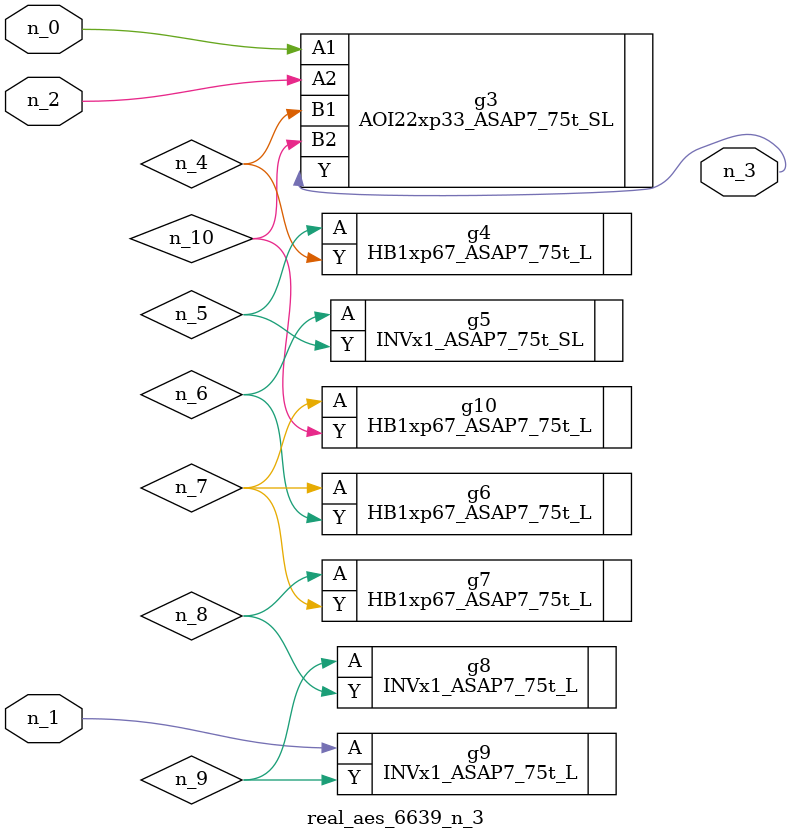
<source format=v>
module real_aes_6639_n_3 (n_0, n_2, n_1, n_3);
input n_0;
input n_2;
input n_1;
output n_3;
wire n_4;
wire n_5;
wire n_7;
wire n_8;
wire n_6;
wire n_9;
wire n_10;
AOI22xp33_ASAP7_75t_SL g3 ( .A1(n_0), .A2(n_2), .B1(n_4), .B2(n_10), .Y(n_3) );
INVx1_ASAP7_75t_L g9 ( .A(n_1), .Y(n_9) );
HB1xp67_ASAP7_75t_L g4 ( .A(n_5), .Y(n_4) );
INVx1_ASAP7_75t_SL g5 ( .A(n_6), .Y(n_5) );
HB1xp67_ASAP7_75t_L g6 ( .A(n_7), .Y(n_6) );
HB1xp67_ASAP7_75t_L g10 ( .A(n_7), .Y(n_10) );
HB1xp67_ASAP7_75t_L g7 ( .A(n_8), .Y(n_7) );
INVx1_ASAP7_75t_L g8 ( .A(n_9), .Y(n_8) );
endmodule
</source>
